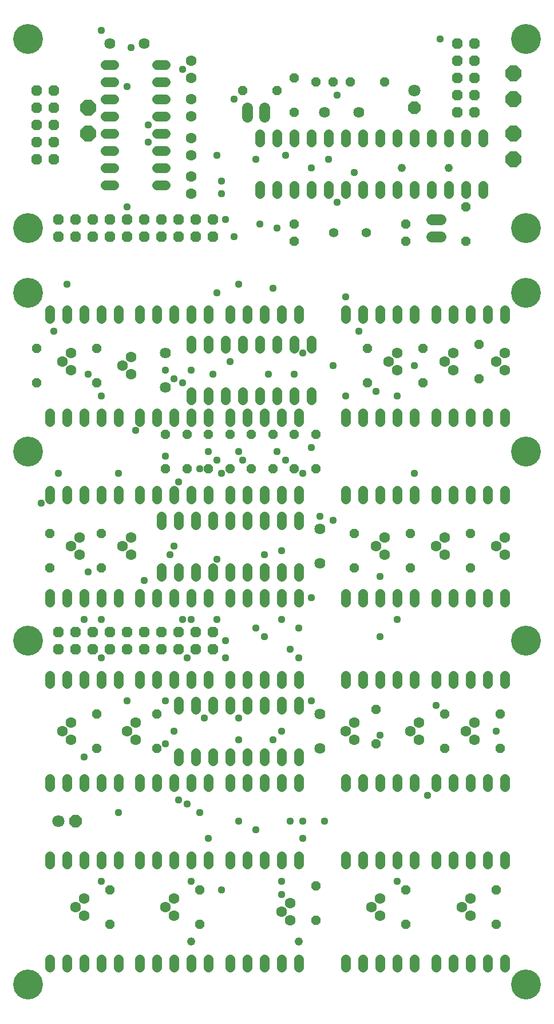
<source format=gbr>
G04 EAGLE Gerber RS-274X export*
G75*
%MOMM*%
%FSLAX34Y34*%
%LPD*%
%INSoldermask Top*%
%IPPOS*%
%AMOC8*
5,1,8,0,0,1.08239X$1,22.5*%
G01*
%ADD10C,1.422400*%
%ADD11P,1.539592X8X112.500000*%
%ADD12C,1.422400*%
%ADD13C,1.574800*%
%ADD14P,1.704548X8X292.500000*%
%ADD15P,2.556822X8X22.500000*%
%ADD16C,1.600200*%
%ADD17C,1.625600*%
%ADD18P,1.539592X8X22.500000*%
%ADD19P,1.539592X8X202.500000*%
%ADD20P,1.539592X8X292.500000*%
%ADD21P,1.951982X8X292.500000*%
%ADD22C,1.803400*%
%ADD23P,1.704548X8X22.500000*%
%ADD24P,1.951982X8X22.500000*%
%ADD25P,2.556822X8X112.500000*%
%ADD26C,1.117600*%
%ADD27C,1.209600*%
%ADD28C,4.419200*%


D10*
X361950Y1194054D02*
X361950Y1206246D01*
X387350Y1206246D02*
X387350Y1194054D01*
X412750Y1194054D02*
X412750Y1206246D01*
X438150Y1206246D02*
X438150Y1194054D01*
X463550Y1194054D02*
X463550Y1206246D01*
X488950Y1206246D02*
X488950Y1194054D01*
X514350Y1194054D02*
X514350Y1206246D01*
X539750Y1206246D02*
X539750Y1194054D01*
X565150Y1194054D02*
X565150Y1206246D01*
X590550Y1206246D02*
X590550Y1194054D01*
X615950Y1194054D02*
X615950Y1206246D01*
X641350Y1206246D02*
X641350Y1194054D01*
X666750Y1194054D02*
X666750Y1206246D01*
X692150Y1206246D02*
X692150Y1194054D01*
X692150Y1270254D02*
X692150Y1282446D01*
X666750Y1282446D02*
X666750Y1270254D01*
X641350Y1270254D02*
X641350Y1282446D01*
X615950Y1282446D02*
X615950Y1270254D01*
X590550Y1270254D02*
X590550Y1282446D01*
X565150Y1282446D02*
X565150Y1270254D01*
X539750Y1270254D02*
X539750Y1282446D01*
X514350Y1282446D02*
X514350Y1270254D01*
X488950Y1270254D02*
X488950Y1282446D01*
X463550Y1282446D02*
X463550Y1270254D01*
X438150Y1270254D02*
X438150Y1282446D01*
X412750Y1282446D02*
X412750Y1270254D01*
X387350Y1270254D02*
X387350Y1282446D01*
X361950Y1282446D02*
X361950Y1270254D01*
D11*
X412750Y1123950D03*
X412750Y1149350D03*
X577850Y1123950D03*
X577850Y1149350D03*
D12*
X519430Y1136650D03*
X471170Y1136650D03*
D10*
X221996Y1206500D02*
X209804Y1206500D01*
X209804Y1231900D02*
X221996Y1231900D01*
X221996Y1358900D02*
X209804Y1358900D01*
X209804Y1384300D02*
X221996Y1384300D01*
X221996Y1257300D02*
X209804Y1257300D01*
X209804Y1282700D02*
X221996Y1282700D01*
X221996Y1333500D02*
X209804Y1333500D01*
X209804Y1308100D02*
X221996Y1308100D01*
X145796Y1384300D02*
X133604Y1384300D01*
X133604Y1358900D02*
X145796Y1358900D01*
X145796Y1333500D02*
X133604Y1333500D01*
X133604Y1308100D02*
X145796Y1308100D01*
X145796Y1282700D02*
X133604Y1282700D01*
X133604Y1257300D02*
X145796Y1257300D01*
X145796Y1231900D02*
X133604Y1231900D01*
X133604Y1206500D02*
X145796Y1206500D01*
D11*
X666750Y1123950D03*
X666750Y1174750D03*
D13*
X629158Y1155700D02*
X615442Y1155700D01*
X615442Y1130300D02*
X629158Y1130300D01*
D14*
X31750Y1346200D03*
X57150Y1346200D03*
X31750Y1320800D03*
X57150Y1320800D03*
X31750Y1295400D03*
X57150Y1295400D03*
X31750Y1270000D03*
X57150Y1270000D03*
X31750Y1244600D03*
X57150Y1244600D03*
D15*
X736600Y1244600D03*
X736600Y1333500D03*
D10*
X438150Y977646D02*
X438150Y965454D01*
X412750Y965454D02*
X412750Y977646D01*
X285750Y977646D02*
X285750Y965454D01*
X260350Y965454D02*
X260350Y977646D01*
X387350Y977646D02*
X387350Y965454D01*
X361950Y965454D02*
X361950Y977646D01*
X311150Y977646D02*
X311150Y965454D01*
X336550Y965454D02*
X336550Y977646D01*
X260350Y901446D02*
X260350Y889254D01*
X285750Y889254D02*
X285750Y901446D01*
X311150Y901446D02*
X311150Y889254D01*
X336550Y889254D02*
X336550Y901446D01*
X361950Y901446D02*
X361950Y889254D01*
X387350Y889254D02*
X387350Y901446D01*
X412750Y901446D02*
X412750Y889254D01*
X438150Y889254D02*
X438150Y901446D01*
X241300Y368046D02*
X241300Y355854D01*
X266700Y355854D02*
X266700Y368046D01*
X393700Y368046D02*
X393700Y355854D01*
X419100Y355854D02*
X419100Y368046D01*
X292100Y368046D02*
X292100Y355854D01*
X317500Y355854D02*
X317500Y368046D01*
X368300Y368046D02*
X368300Y355854D01*
X342900Y355854D02*
X342900Y368046D01*
X419100Y432054D02*
X419100Y444246D01*
X393700Y444246D02*
X393700Y432054D01*
X368300Y432054D02*
X368300Y444246D01*
X342900Y444246D02*
X342900Y432054D01*
X317500Y432054D02*
X317500Y444246D01*
X292100Y444246D02*
X292100Y432054D01*
X266700Y432054D02*
X266700Y444246D01*
X241300Y444246D02*
X241300Y432054D01*
X215900Y628904D02*
X215900Y641096D01*
X241300Y641096D02*
X241300Y628904D01*
X368300Y628904D02*
X368300Y641096D01*
X393700Y641096D02*
X393700Y628904D01*
X266700Y628904D02*
X266700Y641096D01*
X292100Y641096D02*
X292100Y628904D01*
X342900Y628904D02*
X342900Y641096D01*
X317500Y641096D02*
X317500Y628904D01*
X419100Y628904D02*
X419100Y641096D01*
X419100Y705104D02*
X419100Y717296D01*
X393700Y717296D02*
X393700Y705104D01*
X368300Y705104D02*
X368300Y717296D01*
X342900Y717296D02*
X342900Y705104D01*
X317500Y705104D02*
X317500Y717296D01*
X292100Y717296D02*
X292100Y705104D01*
X266700Y705104D02*
X266700Y717296D01*
X241300Y717296D02*
X241300Y705104D01*
X215900Y705104D02*
X215900Y717296D01*
D16*
X723900Y933450D03*
X711200Y946150D03*
X723900Y958850D03*
X171450Y927100D03*
X158750Y939800D03*
X171450Y952500D03*
X565150Y933450D03*
X552450Y946150D03*
X565150Y958850D03*
X596900Y387350D03*
X584200Y400050D03*
X596900Y412750D03*
X95250Y660400D03*
X82550Y673100D03*
X95250Y685800D03*
X546100Y660400D03*
X533400Y673100D03*
X546100Y685800D03*
X101600Y127000D03*
X88900Y139700D03*
X101600Y152400D03*
X539750Y127000D03*
X527050Y139700D03*
X539750Y152400D03*
X406400Y120650D03*
X393700Y133350D03*
X406400Y146050D03*
X234950Y127000D03*
X222250Y139700D03*
X234950Y152400D03*
X673100Y127000D03*
X660400Y139700D03*
X673100Y152400D03*
X171450Y660400D03*
X158750Y673100D03*
X171450Y685800D03*
X679450Y387350D03*
X666750Y400050D03*
X679450Y412750D03*
X82550Y387350D03*
X69850Y400050D03*
X82550Y412750D03*
X501650Y387350D03*
X488950Y400050D03*
X501650Y412750D03*
X647700Y933450D03*
X635000Y946150D03*
X647700Y958850D03*
X177800Y387350D03*
X165100Y400050D03*
X177800Y412750D03*
X635000Y660400D03*
X622300Y673100D03*
X635000Y685800D03*
X723900Y660400D03*
X711200Y673100D03*
X723900Y685800D03*
X82550Y933450D03*
X69850Y946150D03*
X82550Y958850D03*
D17*
X222250Y958850D03*
X222250Y908050D03*
X450850Y374650D03*
X450850Y425450D03*
X450850Y647700D03*
X450850Y698500D03*
X139700Y1416050D03*
X190500Y1416050D03*
D16*
X260350Y1193800D03*
X260350Y1219200D03*
X260350Y1308100D03*
X260350Y1333500D03*
X260350Y1250950D03*
X260350Y1276350D03*
X260350Y1390650D03*
X260350Y1365250D03*
D13*
X368300Y1321308D02*
X368300Y1307592D01*
X342900Y1307592D02*
X342900Y1321308D01*
D11*
X222250Y787400D03*
X222250Y838200D03*
X254000Y787400D03*
X254000Y838200D03*
X285750Y787400D03*
X285750Y838200D03*
X317500Y787400D03*
X317500Y838200D03*
X349250Y787400D03*
X349250Y838200D03*
X381000Y787400D03*
X381000Y838200D03*
X412750Y787400D03*
X412750Y838200D03*
X444500Y787400D03*
X444500Y838200D03*
D17*
X508000Y1314450D03*
X457200Y1314450D03*
D18*
X495300Y1358900D03*
X546100Y1358900D03*
D19*
X469900Y1358900D03*
X444500Y1358900D03*
D10*
X419100Y869696D02*
X419100Y857504D01*
X393700Y857504D02*
X393700Y869696D01*
X368300Y869696D02*
X368300Y857504D01*
X342900Y857504D02*
X342900Y869696D01*
X317500Y869696D02*
X317500Y857504D01*
X317500Y1009904D02*
X317500Y1022096D01*
X342900Y1022096D02*
X342900Y1009904D01*
X368300Y1009904D02*
X368300Y1022096D01*
X393700Y1022096D02*
X393700Y1009904D01*
X419100Y1009904D02*
X419100Y1022096D01*
X285750Y869696D02*
X285750Y857504D01*
X260350Y857504D02*
X260350Y869696D01*
X234950Y869696D02*
X234950Y857504D01*
X209550Y857504D02*
X209550Y869696D01*
X184150Y869696D02*
X184150Y857504D01*
X184150Y1009904D02*
X184150Y1022096D01*
X209550Y1022096D02*
X209550Y1009904D01*
X234950Y1009904D02*
X234950Y1022096D01*
X260350Y1022096D02*
X260350Y1009904D01*
X285750Y1009904D02*
X285750Y1022096D01*
X152400Y869696D02*
X152400Y857504D01*
X127000Y857504D02*
X127000Y869696D01*
X101600Y869696D02*
X101600Y857504D01*
X76200Y857504D02*
X76200Y869696D01*
X50800Y869696D02*
X50800Y857504D01*
X50800Y1009904D02*
X50800Y1022096D01*
X76200Y1022096D02*
X76200Y1009904D01*
X101600Y1009904D02*
X101600Y1022096D01*
X127000Y1022096D02*
X127000Y1009904D01*
X152400Y1009904D02*
X152400Y1022096D01*
X723900Y869696D02*
X723900Y857504D01*
X698500Y857504D02*
X698500Y869696D01*
X673100Y869696D02*
X673100Y857504D01*
X647700Y857504D02*
X647700Y869696D01*
X622300Y869696D02*
X622300Y857504D01*
X622300Y1009904D02*
X622300Y1022096D01*
X647700Y1022096D02*
X647700Y1009904D01*
X673100Y1009904D02*
X673100Y1022096D01*
X698500Y1022096D02*
X698500Y1009904D01*
X723900Y1009904D02*
X723900Y1022096D01*
X590550Y869696D02*
X590550Y857504D01*
X565150Y857504D02*
X565150Y869696D01*
X539750Y869696D02*
X539750Y857504D01*
X514350Y857504D02*
X514350Y869696D01*
X488950Y869696D02*
X488950Y857504D01*
X488950Y1009904D02*
X488950Y1022096D01*
X514350Y1022096D02*
X514350Y1009904D01*
X539750Y1009904D02*
X539750Y1022096D01*
X565150Y1022096D02*
X565150Y1009904D01*
X590550Y1009904D02*
X590550Y1022096D01*
X723900Y602996D02*
X723900Y590804D01*
X698500Y590804D02*
X698500Y602996D01*
X673100Y602996D02*
X673100Y590804D01*
X647700Y590804D02*
X647700Y602996D01*
X622300Y602996D02*
X622300Y590804D01*
X622300Y743204D02*
X622300Y755396D01*
X647700Y755396D02*
X647700Y743204D01*
X673100Y743204D02*
X673100Y755396D01*
X698500Y755396D02*
X698500Y743204D01*
X723900Y743204D02*
X723900Y755396D01*
X419100Y602996D02*
X419100Y590804D01*
X393700Y590804D02*
X393700Y602996D01*
X368300Y602996D02*
X368300Y590804D01*
X342900Y590804D02*
X342900Y602996D01*
X317500Y602996D02*
X317500Y590804D01*
X317500Y743204D02*
X317500Y755396D01*
X342900Y755396D02*
X342900Y743204D01*
X368300Y743204D02*
X368300Y755396D01*
X393700Y755396D02*
X393700Y743204D01*
X419100Y743204D02*
X419100Y755396D01*
X285750Y602996D02*
X285750Y590804D01*
X260350Y590804D02*
X260350Y602996D01*
X234950Y602996D02*
X234950Y590804D01*
X209550Y590804D02*
X209550Y602996D01*
X184150Y602996D02*
X184150Y590804D01*
X184150Y743204D02*
X184150Y755396D01*
X209550Y755396D02*
X209550Y743204D01*
X234950Y743204D02*
X234950Y755396D01*
X260350Y755396D02*
X260350Y743204D01*
X285750Y743204D02*
X285750Y755396D01*
X590550Y602996D02*
X590550Y590804D01*
X565150Y590804D02*
X565150Y602996D01*
X539750Y602996D02*
X539750Y590804D01*
X514350Y590804D02*
X514350Y602996D01*
X488950Y602996D02*
X488950Y590804D01*
X488950Y743204D02*
X488950Y755396D01*
X514350Y755396D02*
X514350Y743204D01*
X539750Y743204D02*
X539750Y755396D01*
X565150Y755396D02*
X565150Y743204D01*
X590550Y743204D02*
X590550Y755396D01*
X152400Y602996D02*
X152400Y590804D01*
X127000Y590804D02*
X127000Y602996D01*
X101600Y602996D02*
X101600Y590804D01*
X76200Y590804D02*
X76200Y602996D01*
X50800Y602996D02*
X50800Y590804D01*
X50800Y743204D02*
X50800Y755396D01*
X76200Y755396D02*
X76200Y743204D01*
X101600Y743204D02*
X101600Y755396D01*
X127000Y755396D02*
X127000Y743204D01*
X152400Y743204D02*
X152400Y755396D01*
X723900Y329946D02*
X723900Y317754D01*
X698500Y317754D02*
X698500Y329946D01*
X673100Y329946D02*
X673100Y317754D01*
X647700Y317754D02*
X647700Y329946D01*
X622300Y329946D02*
X622300Y317754D01*
X622300Y470154D02*
X622300Y482346D01*
X647700Y482346D02*
X647700Y470154D01*
X673100Y470154D02*
X673100Y482346D01*
X698500Y482346D02*
X698500Y470154D01*
X723900Y470154D02*
X723900Y482346D01*
X590550Y329946D02*
X590550Y317754D01*
X565150Y317754D02*
X565150Y329946D01*
X539750Y329946D02*
X539750Y317754D01*
X514350Y317754D02*
X514350Y329946D01*
X488950Y329946D02*
X488950Y317754D01*
X488950Y470154D02*
X488950Y482346D01*
X514350Y482346D02*
X514350Y470154D01*
X539750Y470154D02*
X539750Y482346D01*
X565150Y482346D02*
X565150Y470154D01*
X590550Y470154D02*
X590550Y482346D01*
X419100Y329946D02*
X419100Y317754D01*
X393700Y317754D02*
X393700Y329946D01*
X368300Y329946D02*
X368300Y317754D01*
X342900Y317754D02*
X342900Y329946D01*
X317500Y329946D02*
X317500Y317754D01*
X317500Y470154D02*
X317500Y482346D01*
X342900Y482346D02*
X342900Y470154D01*
X368300Y470154D02*
X368300Y482346D01*
X393700Y482346D02*
X393700Y470154D01*
X419100Y470154D02*
X419100Y482346D01*
X285750Y329946D02*
X285750Y317754D01*
X260350Y317754D02*
X260350Y329946D01*
X234950Y329946D02*
X234950Y317754D01*
X209550Y317754D02*
X209550Y329946D01*
X184150Y329946D02*
X184150Y317754D01*
X184150Y470154D02*
X184150Y482346D01*
X209550Y482346D02*
X209550Y470154D01*
X234950Y470154D02*
X234950Y482346D01*
X260350Y482346D02*
X260350Y470154D01*
X285750Y470154D02*
X285750Y482346D01*
X152400Y329946D02*
X152400Y317754D01*
X127000Y317754D02*
X127000Y329946D01*
X101600Y329946D02*
X101600Y317754D01*
X76200Y317754D02*
X76200Y329946D01*
X50800Y329946D02*
X50800Y317754D01*
X50800Y470154D02*
X50800Y482346D01*
X76200Y482346D02*
X76200Y470154D01*
X101600Y470154D02*
X101600Y482346D01*
X127000Y482346D02*
X127000Y470154D01*
X152400Y470154D02*
X152400Y482346D01*
X723900Y63246D02*
X723900Y51054D01*
X698500Y51054D02*
X698500Y63246D01*
X673100Y63246D02*
X673100Y51054D01*
X647700Y51054D02*
X647700Y63246D01*
X622300Y63246D02*
X622300Y51054D01*
X622300Y203454D02*
X622300Y215646D01*
X647700Y215646D02*
X647700Y203454D01*
X673100Y203454D02*
X673100Y215646D01*
X698500Y215646D02*
X698500Y203454D01*
X723900Y203454D02*
X723900Y215646D01*
X590550Y63246D02*
X590550Y51054D01*
X565150Y51054D02*
X565150Y63246D01*
X539750Y63246D02*
X539750Y51054D01*
X514350Y51054D02*
X514350Y63246D01*
X488950Y63246D02*
X488950Y51054D01*
X488950Y203454D02*
X488950Y215646D01*
X514350Y215646D02*
X514350Y203454D01*
X539750Y203454D02*
X539750Y215646D01*
X565150Y215646D02*
X565150Y203454D01*
X590550Y203454D02*
X590550Y215646D01*
X419100Y63246D02*
X419100Y51054D01*
X393700Y51054D02*
X393700Y63246D01*
X368300Y63246D02*
X368300Y51054D01*
X342900Y51054D02*
X342900Y63246D01*
X317500Y63246D02*
X317500Y51054D01*
X317500Y203454D02*
X317500Y215646D01*
X342900Y215646D02*
X342900Y203454D01*
X368300Y203454D02*
X368300Y215646D01*
X393700Y215646D02*
X393700Y203454D01*
X419100Y203454D02*
X419100Y215646D01*
X285750Y63246D02*
X285750Y51054D01*
X260350Y51054D02*
X260350Y63246D01*
X234950Y63246D02*
X234950Y51054D01*
X209550Y51054D02*
X209550Y63246D01*
X184150Y63246D02*
X184150Y51054D01*
X184150Y203454D02*
X184150Y215646D01*
X209550Y215646D02*
X209550Y203454D01*
X234950Y203454D02*
X234950Y215646D01*
X260350Y215646D02*
X260350Y203454D01*
X285750Y203454D02*
X285750Y215646D01*
X152400Y63246D02*
X152400Y51054D01*
X127000Y51054D02*
X127000Y63246D01*
X101600Y63246D02*
X101600Y51054D01*
X76200Y51054D02*
X76200Y63246D01*
X50800Y63246D02*
X50800Y51054D01*
X50800Y203454D02*
X50800Y215646D01*
X76200Y215646D02*
X76200Y203454D01*
X101600Y203454D02*
X101600Y215646D01*
X127000Y215646D02*
X127000Y203454D01*
X152400Y203454D02*
X152400Y215646D01*
D20*
X685800Y971550D03*
X685800Y920750D03*
X603250Y965200D03*
X603250Y914400D03*
X520700Y965200D03*
X520700Y914400D03*
X120650Y965200D03*
X120650Y914400D03*
X31750Y965200D03*
X31750Y914400D03*
X673100Y692150D03*
X673100Y641350D03*
X584200Y692150D03*
X584200Y641350D03*
X501650Y692150D03*
X501650Y641350D03*
X127000Y692150D03*
X127000Y641350D03*
X50800Y692150D03*
X50800Y641350D03*
X717550Y425450D03*
X717550Y374650D03*
X635000Y425450D03*
X635000Y374650D03*
X533400Y431800D03*
X533400Y381000D03*
X209550Y425450D03*
X209550Y374650D03*
X120650Y425450D03*
X120650Y374650D03*
X711200Y165100D03*
X711200Y114300D03*
X577850Y165100D03*
X577850Y114300D03*
X444500Y171450D03*
X444500Y120650D03*
X273050Y165100D03*
X273050Y114300D03*
X139700Y165100D03*
X139700Y114300D03*
D15*
X736600Y1282700D03*
X736600Y1371600D03*
D19*
X387350Y1346200D03*
X336550Y1346200D03*
D11*
X412750Y1314450D03*
X412750Y1365250D03*
D21*
X590550Y1320800D03*
D22*
X590550Y1346200D03*
D23*
X63500Y1130300D03*
X63500Y1155700D03*
X88900Y1130300D03*
X88900Y1155700D03*
X114300Y1130300D03*
X114300Y1155700D03*
X139700Y1130300D03*
X139700Y1155700D03*
X165100Y1130300D03*
X165100Y1155700D03*
X190500Y1130300D03*
X190500Y1155700D03*
X215900Y1130300D03*
X215900Y1155700D03*
X241300Y1130300D03*
X241300Y1155700D03*
X266700Y1130300D03*
X266700Y1155700D03*
X292100Y1130300D03*
X292100Y1155700D03*
X63500Y520700D03*
X63500Y546100D03*
X88900Y520700D03*
X88900Y546100D03*
X114300Y520700D03*
X114300Y546100D03*
X139700Y520700D03*
X139700Y546100D03*
X165100Y520700D03*
X165100Y546100D03*
X190500Y520700D03*
X190500Y546100D03*
X215900Y520700D03*
X215900Y546100D03*
X241300Y520700D03*
X241300Y546100D03*
X266700Y520700D03*
X266700Y546100D03*
X292100Y520700D03*
X292100Y546100D03*
D24*
X88900Y266700D03*
D22*
X63500Y266700D03*
D25*
X107950Y1282700D03*
X107950Y1320800D03*
D14*
X654050Y1416050D03*
X679450Y1416050D03*
X654050Y1390650D03*
X679450Y1390650D03*
X654050Y1365250D03*
X679450Y1365250D03*
X654050Y1339850D03*
X679450Y1339850D03*
X654050Y1314450D03*
X679450Y1314450D03*
D26*
X361950Y1149350D03*
X476250Y1181100D03*
X196850Y1295400D03*
X196850Y1270000D03*
X400050Y1250950D03*
X165100Y1174750D03*
X127000Y1435100D03*
X628650Y1422400D03*
X247650Y1377950D03*
X171450Y1409700D03*
X323850Y1333500D03*
X298450Y1250950D03*
X501650Y1225550D03*
X323850Y1130300D03*
X304800Y1212850D03*
D27*
X571500Y1231900D03*
X641350Y1231900D03*
D26*
X476250Y1339850D03*
X165100Y1352550D03*
X438150Y1231900D03*
X355600Y1244600D03*
X304800Y1193800D03*
X387350Y1143000D03*
X311150Y1155700D03*
X463550Y1244600D03*
X565150Y895350D03*
X374650Y927100D03*
X533400Y901700D03*
X234950Y920750D03*
X539750Y628650D03*
X368300Y539750D03*
X539750Y539750D03*
X228600Y660400D03*
X539750Y393700D03*
X381000Y387350D03*
X222250Y381000D03*
X101600Y361950D03*
X222250Y933450D03*
X241300Y768350D03*
X190500Y622300D03*
X285750Y812800D03*
X330200Y812800D03*
X177800Y844550D03*
X254000Y292100D03*
X406400Y266700D03*
X101600Y565150D03*
X260350Y565150D03*
X393700Y565150D03*
X127000Y895350D03*
X387350Y812800D03*
X336550Y800100D03*
X127000Y565150D03*
X565150Y565150D03*
D27*
X419100Y88900D03*
X260350Y88900D03*
D26*
X298450Y565150D03*
X419100Y552450D03*
X438150Y819150D03*
X152400Y781050D03*
X273050Y787400D03*
X152400Y279400D03*
X273050Y279400D03*
X254000Y508000D03*
X127000Y508000D03*
X260350Y177800D03*
X393700Y177800D03*
X565150Y177800D03*
X127000Y177800D03*
X438150Y444500D03*
X298450Y1047750D03*
X488950Y1041400D03*
X304800Y781050D03*
X425450Y781050D03*
X590550Y781050D03*
X425450Y241300D03*
X311150Y508000D03*
X419100Y508000D03*
X285750Y241300D03*
X412750Y927100D03*
X590550Y939800D03*
X508000Y990600D03*
X330200Y1060450D03*
X400050Y800100D03*
X450850Y717550D03*
X425450Y958850D03*
X260350Y933450D03*
X469900Y939800D03*
X469900Y711200D03*
X107950Y927100D03*
X63500Y781050D03*
X222250Y806450D03*
X247650Y914400D03*
X711200Y400050D03*
X241300Y298450D03*
X609600Y304800D03*
X622300Y438150D03*
X330200Y419100D03*
X234950Y400050D03*
X330200Y266700D03*
X355600Y254000D03*
X393700Y158750D03*
X304800Y165100D03*
X330200Y387350D03*
X393700Y400050D03*
X457200Y266700D03*
X425450Y266700D03*
D28*
X19050Y1047750D03*
X19050Y25400D03*
X755650Y1047750D03*
X755650Y25400D03*
X19050Y1422400D03*
X755650Y1422400D03*
X755650Y1143000D03*
X19050Y1143000D03*
D26*
X234950Y673100D03*
X488950Y895350D03*
X438150Y596900D03*
X292100Y927100D03*
X298450Y800100D03*
X381000Y1054100D03*
X76200Y1060450D03*
X38100Y736600D03*
X107950Y635000D03*
X317500Y946150D03*
X57150Y990600D03*
X222250Y444500D03*
X165100Y444500D03*
X279400Y419100D03*
X247650Y565150D03*
X298450Y654050D03*
X311150Y533400D03*
X393700Y666750D03*
X406400Y520700D03*
X368300Y660400D03*
X355600Y552450D03*
D28*
X755650Y533400D03*
X19050Y533400D03*
X19050Y812800D03*
X755650Y812800D03*
M02*

</source>
